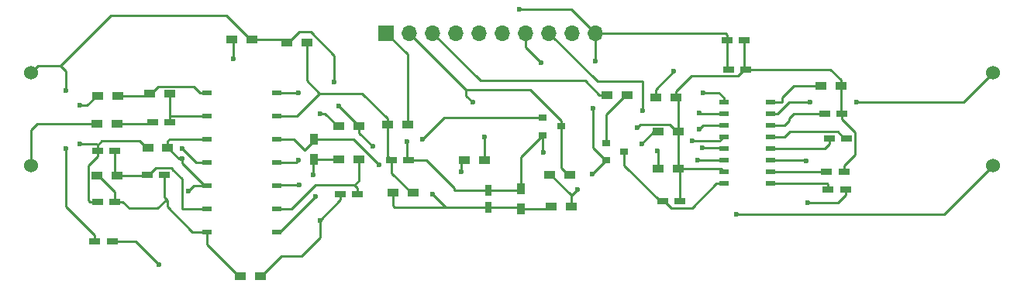
<source format=gbr>
G04 #@! TF.FileFunction,Copper,L1,Top,Signal*
%FSLAX46Y46*%
G04 Gerber Fmt 4.6, Leading zero omitted, Abs format (unit mm)*
G04 Created by KiCad (PCBNEW 4.0.7) date Sunday, December 31, 2017 'PMt' 04:52:57 PM*
%MOMM*%
%LPD*%
G01*
G04 APERTURE LIST*
%ADD10C,0.100000*%
%ADD11R,1.100000X0.500000*%
%ADD12R,1.200000X0.750000*%
%ADD13R,0.750000X1.200000*%
%ADD14R,1.700000X1.700000*%
%ADD15O,1.700000X1.700000*%
%ADD16C,1.524000*%
%ADD17R,0.900000X0.800000*%
%ADD18R,1.200000X0.900000*%
%ADD19R,0.900000X1.200000*%
%ADD20C,0.600000*%
%ADD21C,0.250000*%
G04 APERTURE END LIST*
D10*
D11*
X155712160Y-121937780D03*
X155712160Y-120667780D03*
X155712160Y-119397780D03*
X155712160Y-118127780D03*
X155712160Y-116857780D03*
X155712160Y-115587780D03*
X155712160Y-114317780D03*
X155712160Y-113047780D03*
X150632160Y-113047780D03*
X150632160Y-114317780D03*
X150632160Y-115587780D03*
X150632160Y-116857780D03*
X150632160Y-118127780D03*
X150632160Y-119397780D03*
X150632160Y-120667780D03*
X150632160Y-121937780D03*
X94213680Y-112016540D03*
X94213680Y-114556540D03*
X94213680Y-117096540D03*
X94213680Y-119636540D03*
X94213680Y-122176540D03*
X94213680Y-124716540D03*
X94213680Y-127256540D03*
X101833680Y-127256540D03*
X101833680Y-124716540D03*
X101833680Y-122176540D03*
X101833680Y-119636540D03*
X101833680Y-117096540D03*
X101833680Y-114556540D03*
X101833680Y-112016540D03*
D12*
X88231940Y-115272820D03*
X90131940Y-115272820D03*
D13*
X124924820Y-124559060D03*
X124924820Y-122659060D03*
D12*
X83820000Y-128270000D03*
X81920000Y-128270000D03*
X143929020Y-123916440D03*
X145829020Y-123916440D03*
X162011280Y-122618500D03*
X163911280Y-122618500D03*
X82234960Y-118381780D03*
X84134960Y-118381780D03*
X82234960Y-123926600D03*
X84134960Y-123926600D03*
X87642620Y-120970040D03*
X89542620Y-120970040D03*
X108742400Y-123088400D03*
X110642400Y-123088400D03*
X114322820Y-119425720D03*
X116222820Y-119425720D03*
X162143360Y-116984780D03*
X164043360Y-116984780D03*
X161622660Y-114289840D03*
X163522660Y-114289840D03*
X161858880Y-120652540D03*
X163758880Y-120652540D03*
X150972520Y-106301540D03*
X152872520Y-106301540D03*
X151160400Y-109461300D03*
X153060400Y-109461300D03*
D14*
X113760000Y-105500000D03*
D15*
X116300000Y-105500000D03*
X118840000Y-105500000D03*
X121380000Y-105500000D03*
X123920000Y-105500000D03*
X126460000Y-105500000D03*
X129000000Y-105500000D03*
X131540000Y-105500000D03*
X134080000Y-105500000D03*
X136620000Y-105500000D03*
D16*
X75000000Y-120000000D03*
X75000000Y-109840000D03*
X180000000Y-120000000D03*
X180000000Y-109840000D03*
D17*
X137766040Y-117525760D03*
X137766040Y-119425760D03*
X139766040Y-118475760D03*
X130867400Y-114757160D03*
X130867400Y-116657160D03*
X132867400Y-115707160D03*
D18*
X84378800Y-115455700D03*
X82178800Y-115455700D03*
X133957060Y-124503180D03*
X131757060Y-124503180D03*
D19*
X128450340Y-124706560D03*
X128450340Y-122506560D03*
D18*
X87921740Y-112100360D03*
X90121740Y-112100360D03*
X137875920Y-112257840D03*
X140075920Y-112257840D03*
X82270160Y-112341660D03*
X84470160Y-112341660D03*
X143471540Y-116298980D03*
X145671540Y-116298980D03*
X87703300Y-118013480D03*
X89903300Y-118013480D03*
X143174540Y-112567720D03*
X145374540Y-112567720D03*
X82176620Y-121071640D03*
X84376620Y-121071640D03*
X99990000Y-132080000D03*
X97790000Y-132080000D03*
X161221060Y-111292640D03*
X163421060Y-111292640D03*
X114459660Y-122981720D03*
X116659660Y-122981720D03*
X105092500Y-106550460D03*
X102892500Y-106550460D03*
X143471540Y-120340120D03*
X145671540Y-120340120D03*
X113867840Y-115531900D03*
X116067840Y-115531900D03*
X108546540Y-119326660D03*
X110746540Y-119326660D03*
D19*
X105857040Y-119339360D03*
X105857040Y-117139360D03*
D18*
X108604960Y-115694460D03*
X110804960Y-115694460D03*
X96855100Y-106172000D03*
X99055100Y-106172000D03*
X124460000Y-119380000D03*
X122260000Y-119380000D03*
X131579260Y-121008140D03*
X133779260Y-121008140D03*
D20*
X88900000Y-130810000D03*
X104272080Y-122062240D03*
X92148660Y-122806460D03*
X118788180Y-123134120D03*
X91457780Y-119250460D03*
X78740000Y-111760000D03*
X78740000Y-118110000D03*
X104140000Y-119380000D03*
X141183360Y-115849400D03*
X130957320Y-118541800D03*
X116022120Y-117342920D03*
X108102400Y-110865920D03*
X159786320Y-124073920D03*
X159633920Y-119461280D03*
X80330040Y-117645180D03*
X80330040Y-113388140D03*
X106512360Y-125958600D03*
X136570720Y-108544360D03*
X136342120Y-113695480D03*
X136291320Y-120954800D03*
X134650480Y-122621040D03*
X128270000Y-102870000D03*
X91440000Y-118110000D03*
X123190000Y-113030000D03*
X124460000Y-116840000D03*
X147944840Y-116001800D03*
X130652520Y-108701840D03*
X141721840Y-114005360D03*
X147944840Y-114233960D03*
X152013920Y-125323600D03*
X147782280Y-119390160D03*
X165100000Y-113030000D03*
X160020000Y-113030000D03*
X97099120Y-108290360D03*
X117718840Y-117094000D03*
X112288320Y-117891560D03*
X108549440Y-113507520D03*
X147177760Y-117307360D03*
X141645640Y-117617240D03*
X148330920Y-112003840D03*
X145181320Y-109697520D03*
X148254720Y-118003320D03*
X143413480Y-118384320D03*
X105760520Y-121031000D03*
X106060240Y-123372880D03*
X121920000Y-120650000D03*
X112958719Y-119903837D03*
X112958719Y-119903837D03*
X104190800Y-112001300D03*
X106583480Y-114310160D03*
D21*
X84378800Y-115455700D02*
X88049060Y-115455700D01*
X88049060Y-115455700D02*
X88231940Y-115272820D01*
X94213680Y-114556540D02*
X90223220Y-114556540D01*
X90223220Y-114556540D02*
X90131940Y-114647820D01*
X90131940Y-114647820D02*
X90131940Y-115272820D01*
X90121740Y-112100360D02*
X90121740Y-115262620D01*
X90121740Y-115262620D02*
X90131940Y-115272820D01*
X83820000Y-128270000D02*
X86360000Y-128270000D01*
X86360000Y-128270000D02*
X88900000Y-130810000D01*
X91457780Y-119250460D02*
X91140280Y-119250460D01*
X91140280Y-119250460D02*
X89903300Y-118013480D01*
X104272080Y-122062240D02*
X101947980Y-122062240D01*
X101947980Y-122062240D02*
X101833680Y-122176540D01*
X94213680Y-122176540D02*
X92778580Y-122176540D01*
X92778580Y-122176540D02*
X92148660Y-122806460D01*
X118788180Y-123134120D02*
X120241060Y-124587000D01*
X120241060Y-124587000D02*
X121163080Y-124587000D01*
X94213680Y-122176540D02*
X93913680Y-122176540D01*
X93913680Y-122176540D02*
X91457780Y-119720640D01*
X91457780Y-119720640D02*
X91457780Y-119250460D01*
X93385640Y-122176540D02*
X94213680Y-122176540D01*
X94213680Y-117096540D02*
X90120240Y-117096540D01*
X90120240Y-117096540D02*
X89903300Y-117313480D01*
X89903300Y-117313480D02*
X89903300Y-118013480D01*
X128450340Y-124706560D02*
X131553680Y-124706560D01*
X131553680Y-124706560D02*
X131757060Y-124503180D01*
X124924820Y-124559060D02*
X128302840Y-124559060D01*
X128302840Y-124559060D02*
X128450340Y-124706560D01*
X121163080Y-124587000D02*
X124896880Y-124587000D01*
X124896880Y-124587000D02*
X124924820Y-124559060D01*
X114459660Y-124386700D02*
X114659960Y-124587000D01*
X114659960Y-124587000D02*
X121163080Y-124587000D01*
X114459660Y-124386700D02*
X114459660Y-122981720D01*
X78740000Y-111760000D02*
X78740000Y-109631962D01*
X78740000Y-109631962D02*
X78186039Y-109078001D01*
X81920000Y-128270000D02*
X81920000Y-127645000D01*
X81920000Y-127645000D02*
X78740000Y-124465000D01*
X78740000Y-124465000D02*
X78740000Y-118110000D01*
X101833680Y-119636540D02*
X103883460Y-119636540D01*
X103883460Y-119636540D02*
X104140000Y-119380000D01*
X153060400Y-109461300D02*
X162289720Y-109461300D01*
X162289720Y-109461300D02*
X163421060Y-110592640D01*
X163421060Y-110592640D02*
X163421060Y-111292640D01*
X102892500Y-106550460D02*
X103042500Y-106550460D01*
X103042500Y-106550460D02*
X104251540Y-105341420D01*
X104251540Y-105341420D02*
X105518462Y-105341420D01*
X105518462Y-105341420D02*
X108102400Y-107925358D01*
X108102400Y-107925358D02*
X108102400Y-110441656D01*
X108102400Y-110441656D02*
X108102400Y-110865920D01*
X78186039Y-109078001D02*
X83710539Y-103553501D01*
X83710539Y-103553501D02*
X96286601Y-103553501D01*
X75761999Y-109078001D02*
X78186039Y-109078001D01*
X141183360Y-115849400D02*
X141508781Y-115523979D01*
X141508781Y-115523979D02*
X144746539Y-115523979D01*
X144746539Y-115523979D02*
X145521540Y-116298980D01*
X145521540Y-116298980D02*
X145671540Y-116298980D01*
X130867400Y-116657160D02*
X130867400Y-118451880D01*
X130867400Y-118451880D02*
X130957320Y-118541800D01*
X163522660Y-114289840D02*
X163522660Y-114914840D01*
X163522660Y-114914840D02*
X164968361Y-116360541D01*
X163758880Y-120027540D02*
X163758880Y-120652540D01*
X164968361Y-116360541D02*
X164968361Y-118818059D01*
X164968361Y-118818059D02*
X163758880Y-120027540D01*
X163421060Y-111292640D02*
X163421060Y-114188240D01*
X163421060Y-114188240D02*
X163522660Y-114289840D01*
X145374540Y-112567720D02*
X145374540Y-111867720D01*
X145374540Y-111867720D02*
X147080959Y-110161301D01*
X147080959Y-110161301D02*
X152135399Y-110161301D01*
X152835400Y-109461300D02*
X153060400Y-109461300D01*
X152135399Y-110161301D02*
X152835400Y-109461300D01*
X145671540Y-116298980D02*
X145671540Y-112864720D01*
X145671540Y-112864720D02*
X145374540Y-112567720D01*
X145671540Y-120340120D02*
X145671540Y-119640120D01*
X145671540Y-119640120D02*
X145671540Y-116298980D01*
X145671540Y-120340120D02*
X150304500Y-120340120D01*
X150304500Y-120340120D02*
X150632160Y-120667780D01*
X145829020Y-123916440D02*
X145829020Y-120497600D01*
X145829020Y-120497600D02*
X145671540Y-120340120D01*
X152872520Y-106301540D02*
X152872520Y-109273420D01*
X152872520Y-109273420D02*
X153060400Y-109461300D01*
X128450340Y-122506560D02*
X128450340Y-119024220D01*
X128450340Y-119024220D02*
X130817400Y-116657160D01*
X130817400Y-116657160D02*
X130867400Y-116657160D01*
X124924820Y-122659060D02*
X128297840Y-122659060D01*
X128297840Y-122659060D02*
X128450340Y-122506560D01*
X121163080Y-122687000D02*
X124896880Y-122687000D01*
X124896880Y-122687000D02*
X124924820Y-122659060D01*
X116222820Y-119425720D02*
X118126800Y-119425720D01*
X121163080Y-122462000D02*
X121163080Y-122687000D01*
X118126800Y-119425720D02*
X121163080Y-122462000D01*
X116022120Y-117342920D02*
X116022120Y-119225020D01*
X116022120Y-119225020D02*
X116222820Y-119425720D01*
X99055100Y-106172000D02*
X102514040Y-106172000D01*
X102514040Y-106172000D02*
X102892500Y-106550460D01*
X75000000Y-109840000D02*
X75761999Y-109078001D01*
X96286601Y-103553501D02*
X98905100Y-106172000D01*
X98905100Y-106172000D02*
X99055100Y-106172000D01*
X143929020Y-123916440D02*
X144154020Y-123916440D01*
X144154020Y-123916440D02*
X144854021Y-124616441D01*
X144854021Y-124616441D02*
X147153499Y-124616441D01*
X147153499Y-124616441D02*
X149832160Y-121937780D01*
X149832160Y-121937780D02*
X150632160Y-121937780D01*
X139766040Y-118475760D02*
X139766040Y-119978460D01*
X139766040Y-119978460D02*
X143704020Y-123916440D01*
X143704020Y-123916440D02*
X143929020Y-123916440D01*
X156982160Y-121937780D02*
X155712160Y-121937780D01*
X156982160Y-121937780D02*
X161955560Y-121937780D01*
X161955560Y-121937780D02*
X162011280Y-121993500D01*
X162011280Y-121993500D02*
X162011280Y-122618500D01*
X156982160Y-119397780D02*
X155712160Y-119397780D01*
X159786320Y-124073920D02*
X163080860Y-124073920D01*
X163080860Y-124073920D02*
X163911280Y-123243500D01*
X163911280Y-123243500D02*
X163911280Y-122618500D01*
X156982160Y-119397780D02*
X159570420Y-119397780D01*
X159570420Y-119397780D02*
X159633920Y-119461280D01*
X80330040Y-117645180D02*
X82123360Y-117645180D01*
X82123360Y-117645180D02*
X82234960Y-117756780D01*
X82234960Y-117756780D02*
X82234960Y-118381780D01*
X81073680Y-113388140D02*
X80330040Y-113388140D01*
X82270160Y-112341660D02*
X82120160Y-112341660D01*
X82120160Y-112341660D02*
X81073680Y-113388140D01*
X82234960Y-123926600D02*
X81384960Y-123926600D01*
X81384960Y-123926600D02*
X81251619Y-123793259D01*
X81251619Y-123793259D02*
X81251619Y-119990121D01*
X81251619Y-119990121D02*
X82234960Y-119006780D01*
X82234960Y-119006780D02*
X82234960Y-118381780D01*
X82234960Y-117756780D02*
X82678260Y-117313480D01*
X82678260Y-117313480D02*
X86853300Y-117313480D01*
X86853300Y-117313480D02*
X87553300Y-118013480D01*
X87553300Y-118013480D02*
X87703300Y-118013480D01*
X91437460Y-124716540D02*
X91437460Y-121427240D01*
X91437460Y-121427240D02*
X90402621Y-120392401D01*
X90402621Y-120392401D02*
X90402621Y-120270039D01*
X94213680Y-124716540D02*
X91437460Y-124716540D01*
X90402621Y-120270039D02*
X88567621Y-120270039D01*
X87642620Y-120970040D02*
X87867620Y-120970040D01*
X87867620Y-120970040D02*
X88567621Y-120270039D01*
X84376620Y-121071640D02*
X87541020Y-121071640D01*
X87541020Y-121071640D02*
X87642620Y-120970040D01*
X84134960Y-118381780D02*
X84134960Y-120829980D01*
X84134960Y-120829980D02*
X84376620Y-121071640D01*
X94213680Y-127256540D02*
X94213680Y-128653680D01*
X94213680Y-128653680D02*
X97640000Y-132080000D01*
X97640000Y-132080000D02*
X97790000Y-132080000D01*
X89832180Y-123784360D02*
X89832180Y-124484360D01*
X89832180Y-124484360D02*
X92604360Y-127256540D01*
X92604360Y-127256540D02*
X93413680Y-127256540D01*
X93413680Y-127256540D02*
X94213680Y-127256540D01*
X84134960Y-123926600D02*
X84134960Y-122879980D01*
X84134960Y-122879980D02*
X82326620Y-121071640D01*
X82326620Y-121071640D02*
X82176620Y-121071640D01*
X84134960Y-123926600D02*
X84984960Y-123926600D01*
X84984960Y-123926600D02*
X85740240Y-124681880D01*
X85740240Y-124681880D02*
X88784660Y-124681880D01*
X88784660Y-124681880D02*
X89682180Y-123784360D01*
X89682180Y-123784360D02*
X89832180Y-123784360D01*
X89542620Y-120970040D02*
X89542620Y-123494800D01*
X89542620Y-123494800D02*
X89832180Y-123784360D01*
X99990000Y-132080000D02*
X100140000Y-132080000D01*
X100140000Y-132080000D02*
X102342180Y-129877820D01*
X102342180Y-129877820D02*
X104510840Y-129877820D01*
X104510840Y-129877820D02*
X106512360Y-127876300D01*
X106512360Y-127876300D02*
X106512360Y-125958600D01*
X106512360Y-125958600D02*
X108742400Y-123728560D01*
X108742400Y-123728560D02*
X108742400Y-123088400D01*
X101833680Y-124716540D02*
X103421300Y-124716540D01*
X103421300Y-124716540D02*
X106022260Y-122115580D01*
X106022260Y-122115580D02*
X110294580Y-122115580D01*
X110746540Y-119326660D02*
X110746540Y-121663620D01*
X110746540Y-121663620D02*
X110294580Y-122115580D01*
X110294580Y-122115580D02*
X110642400Y-122463400D01*
X110642400Y-122463400D02*
X110642400Y-123088400D01*
X106497120Y-112074960D02*
X105092500Y-110670340D01*
X105092500Y-110670340D02*
X105092500Y-106550460D01*
X106497120Y-112074960D02*
X104015540Y-114556540D01*
X104015540Y-114556540D02*
X101833680Y-114556540D01*
X105092500Y-106641900D02*
X105092500Y-106550460D01*
X106497120Y-112074960D02*
X111110900Y-112074960D01*
X111110900Y-112074960D02*
X113867840Y-114831900D01*
X113867840Y-114831900D02*
X113867840Y-115531900D01*
X114322820Y-119425720D02*
X114322820Y-120794880D01*
X116509660Y-122981720D02*
X116659660Y-122981720D01*
X114322820Y-120794880D02*
X116509660Y-122981720D01*
X113867840Y-115531900D02*
X113867840Y-118970740D01*
X113867840Y-118970740D02*
X114322820Y-119425720D01*
X156982160Y-118127780D02*
X155712160Y-118127780D01*
X156982160Y-118127780D02*
X161625360Y-118127780D01*
X161625360Y-118127780D02*
X162143360Y-117609780D01*
X162143360Y-117609780D02*
X162143360Y-116984780D01*
X156982160Y-116857780D02*
X155712160Y-116857780D01*
X156982160Y-116857780D02*
X157282160Y-116857780D01*
X157282160Y-116857780D02*
X157855161Y-116284779D01*
X157855161Y-116284779D02*
X163118359Y-116284779D01*
X163118359Y-116284779D02*
X163818360Y-116984780D01*
X163818360Y-116984780D02*
X164043360Y-116984780D01*
X156982160Y-115587780D02*
X155712160Y-115587780D01*
X161622660Y-114289840D02*
X158280100Y-114289840D01*
X158280100Y-114289840D02*
X157782160Y-114787780D01*
X157782160Y-114787780D02*
X157782160Y-115087780D01*
X157782160Y-115087780D02*
X157282160Y-115587780D01*
X157282160Y-115587780D02*
X156982160Y-115587780D01*
X156982160Y-120667780D02*
X155712160Y-120667780D01*
X156982160Y-120667780D02*
X161843640Y-120667780D01*
X161843640Y-120667780D02*
X161858880Y-120652540D01*
X128270000Y-102870000D02*
X133990000Y-102870000D01*
X133990000Y-102870000D02*
X136620000Y-105500000D01*
X136570720Y-108544360D02*
X136570720Y-105549280D01*
X136570720Y-105549280D02*
X136620000Y-105500000D01*
X137766040Y-119425760D02*
X137716040Y-119425760D01*
X137716040Y-119425760D02*
X136342120Y-118051840D01*
X136342120Y-118051840D02*
X136342120Y-113695480D01*
X150972520Y-106301540D02*
X150972520Y-109273420D01*
X150972520Y-109273420D02*
X151160400Y-109461300D01*
X136620000Y-105500000D02*
X150795980Y-105500000D01*
X150795980Y-105500000D02*
X150972520Y-105676540D01*
X150972520Y-105676540D02*
X150972520Y-106301540D01*
X136291320Y-120954800D02*
X136291320Y-120900480D01*
X136291320Y-120900480D02*
X137766040Y-119425760D01*
X133957060Y-123235940D02*
X134035580Y-123235940D01*
X134035580Y-123235940D02*
X134650480Y-122621040D01*
X131579260Y-121008140D02*
X131729260Y-121008140D01*
X131729260Y-121008140D02*
X133957060Y-123235940D01*
X133957060Y-123235940D02*
X133957060Y-123803180D01*
X133957060Y-123803180D02*
X133957060Y-124503180D01*
X94213680Y-119636540D02*
X92966540Y-119636540D01*
X92966540Y-119636540D02*
X91440000Y-118110000D01*
X116067840Y-115531900D02*
X116067840Y-107807840D01*
X116067840Y-107807840D02*
X113760000Y-105500000D01*
X123190000Y-113030000D02*
X122499040Y-112339040D01*
X122499040Y-112339040D02*
X122499040Y-111699040D01*
X124460000Y-119380000D02*
X124460000Y-116840000D01*
X116300000Y-105500000D02*
X122499040Y-111699040D01*
X122499040Y-111699040D02*
X129509280Y-111699040D01*
X129509280Y-111699040D02*
X132867400Y-115057160D01*
X132867400Y-115057160D02*
X132867400Y-115707160D01*
X132867400Y-115707160D02*
X132867400Y-120246280D01*
X132867400Y-120246280D02*
X133629260Y-121008140D01*
X133629260Y-121008140D02*
X133779260Y-121008140D01*
X118840000Y-105500000D02*
X124038280Y-110698280D01*
X124038280Y-110698280D02*
X135466360Y-110698280D01*
X135466360Y-110698280D02*
X137025920Y-112257840D01*
X137025920Y-112257840D02*
X137875920Y-112257840D01*
X147944840Y-116001800D02*
X148358860Y-115587780D01*
X148358860Y-115587780D02*
X150632160Y-115587780D01*
X129000000Y-105500000D02*
X129000000Y-107049320D01*
X129000000Y-107049320D02*
X130652520Y-108701840D01*
X141721840Y-110774480D02*
X136814480Y-110774480D01*
X136814480Y-110774480D02*
X131540000Y-105500000D01*
X141721840Y-114005360D02*
X141721840Y-110774480D01*
X150632160Y-114317780D02*
X148028660Y-114317780D01*
X148028660Y-114317780D02*
X147944840Y-114233960D01*
X75000000Y-120000000D02*
X75000000Y-116065540D01*
X75000000Y-116065540D02*
X75609840Y-115455700D01*
X75609840Y-115455700D02*
X82178800Y-115455700D01*
X152013920Y-125323600D02*
X174676400Y-125323600D01*
X174676400Y-125323600D02*
X180000000Y-120000000D01*
X150632160Y-119397780D02*
X147789900Y-119397780D01*
X147789900Y-119397780D02*
X147782280Y-119390160D01*
X165100000Y-113030000D02*
X176810000Y-113030000D01*
X176810000Y-113030000D02*
X180000000Y-109840000D01*
X155712160Y-114317780D02*
X156512160Y-114317780D01*
X156512160Y-114317780D02*
X157799940Y-113030000D01*
X157799940Y-113030000D02*
X160020000Y-113030000D01*
X137766040Y-117525760D02*
X137766040Y-114417720D01*
X139925920Y-112257840D02*
X140075920Y-112257840D01*
X137766040Y-114417720D02*
X139925920Y-112257840D01*
X97099120Y-108290360D02*
X97099120Y-106416020D01*
X97099120Y-106416020D02*
X96855100Y-106172000D01*
X117718840Y-117094000D02*
X120055680Y-114757160D01*
X120055680Y-114757160D02*
X130867400Y-114757160D01*
X110804960Y-115694460D02*
X110804960Y-116408200D01*
X110804960Y-116408200D02*
X112288320Y-117891560D01*
X108549440Y-113507520D02*
X110736380Y-115694460D01*
X110736380Y-115694460D02*
X110804960Y-115694460D01*
X96855100Y-106172000D02*
X97005100Y-106172000D01*
X94213680Y-112016540D02*
X93413680Y-112016540D01*
X93413680Y-112016540D02*
X92722499Y-111325359D01*
X92722499Y-111325359D02*
X88846741Y-111325359D01*
X87921740Y-112100360D02*
X88071740Y-112100360D01*
X88071740Y-112100360D02*
X88846741Y-111325359D01*
X84470160Y-112341660D02*
X87680440Y-112341660D01*
X87680440Y-112341660D02*
X87921740Y-112100360D01*
X147177760Y-117307360D02*
X150182580Y-117307360D01*
X150182580Y-117307360D02*
X150632160Y-116857780D01*
X143471540Y-116298980D02*
X142963900Y-116298980D01*
X142963900Y-116298980D02*
X141645640Y-117617240D01*
X148330920Y-112003840D02*
X150088220Y-112003840D01*
X150088220Y-112003840D02*
X150632160Y-112547780D01*
X150632160Y-112547780D02*
X150632160Y-113047780D01*
X143174540Y-112567720D02*
X143174540Y-111704300D01*
X143174540Y-111704300D02*
X145181320Y-109697520D01*
X156982160Y-113047780D02*
X155712160Y-113047780D01*
X161221060Y-111292640D02*
X158237300Y-111292640D01*
X158237300Y-111292640D02*
X156982160Y-112547780D01*
X156982160Y-112547780D02*
X156982160Y-113047780D01*
X148254720Y-118003320D02*
X150507700Y-118003320D01*
X150507700Y-118003320D02*
X150632160Y-118127780D01*
X143471540Y-120340120D02*
X143471540Y-118442380D01*
X143471540Y-118442380D02*
X143413480Y-118384320D01*
X106060240Y-123372880D02*
X102176580Y-127256540D01*
X102176580Y-127256540D02*
X101833680Y-127256540D01*
X105760520Y-121031000D02*
X105760520Y-119435880D01*
X105760520Y-119435880D02*
X105857040Y-119339360D01*
X106047540Y-123385580D02*
X106060240Y-123372880D01*
X108546540Y-119326660D02*
X105869740Y-119326660D01*
X105869740Y-119326660D02*
X105857040Y-119339360D01*
X121920000Y-120650000D02*
X121920000Y-119720000D01*
X121920000Y-119720000D02*
X122260000Y-119380000D01*
X104840820Y-118305580D02*
X103631780Y-117096540D01*
X103631780Y-117096540D02*
X101833680Y-117096540D01*
X105857040Y-117139360D02*
X110194242Y-117139360D01*
X110194242Y-117139360D02*
X112958719Y-119903837D01*
X104840820Y-118305580D02*
X105857040Y-117289360D01*
X105857040Y-117289360D02*
X105857040Y-117139360D01*
X104190800Y-112001300D02*
X101848920Y-112001300D01*
X101848920Y-112001300D02*
X101833680Y-112016540D01*
X108604960Y-115694460D02*
X108454960Y-115694460D01*
X108454960Y-115694460D02*
X107070660Y-114310160D01*
X107070660Y-114310160D02*
X106583480Y-114310160D01*
X108533840Y-115765580D02*
X108604960Y-115694460D01*
M02*

</source>
